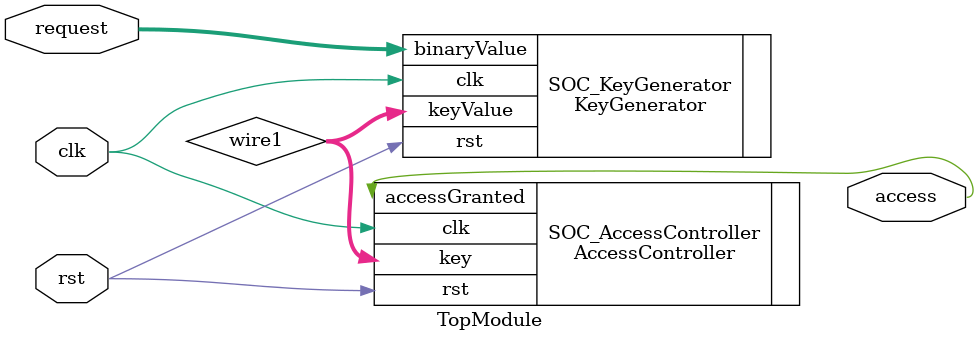
<source format=v>
module TopModule (clk,rst,request,access);
input clk,rst;
input [7:0] request;
output access;
wire [7:0] wire1;
KeyGenerator  SOC_KeyGenerator (.clk(clk),
                      .rst(rst),
                      .binaryValue(request),
                      .keyValue(wire1));
AccessController SOC_AccessController (.clk(clk),
                         .rst(rst),
                         .key(wire1),
                         .accessGranted(access));
endmodule
</source>
